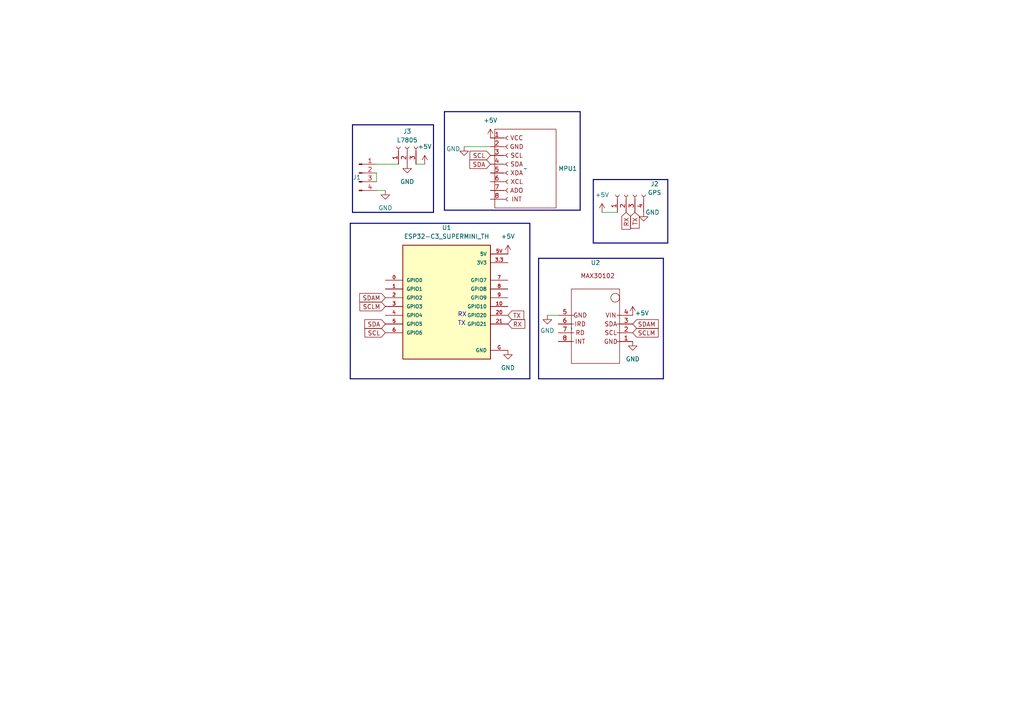
<source format=kicad_sch>
(kicad_sch (version 20230121) (generator eeschema)

  (uuid 04f87a8a-b6fa-48c9-add2-fbab3b3fb7dc)

  (paper "A4")

  (lib_symbols
    (symbol "Connector:Conn_01x03_Socket" (pin_names (offset 1.016) hide) (in_bom yes) (on_board yes)
      (property "Reference" "J" (at 0 5.08 0)
        (effects (font (size 1.27 1.27)))
      )
      (property "Value" "Conn_01x03_Socket" (at 0 -5.08 0)
        (effects (font (size 1.27 1.27)))
      )
      (property "Footprint" "" (at 0 0 0)
        (effects (font (size 1.27 1.27)) hide)
      )
      (property "Datasheet" "~" (at 0 0 0)
        (effects (font (size 1.27 1.27)) hide)
      )
      (property "ki_locked" "" (at 0 0 0)
        (effects (font (size 1.27 1.27)))
      )
      (property "ki_keywords" "connector" (at 0 0 0)
        (effects (font (size 1.27 1.27)) hide)
      )
      (property "ki_description" "Generic connector, single row, 01x03, script generated" (at 0 0 0)
        (effects (font (size 1.27 1.27)) hide)
      )
      (property "ki_fp_filters" "Connector*:*_1x??_*" (at 0 0 0)
        (effects (font (size 1.27 1.27)) hide)
      )
      (symbol "Conn_01x03_Socket_1_1"
        (arc (start 0 -2.032) (mid -0.5058 -2.54) (end 0 -3.048)
          (stroke (width 0.1524) (type default))
          (fill (type none))
        )
        (polyline
          (pts
            (xy -1.27 -2.54)
            (xy -0.508 -2.54)
          )
          (stroke (width 0.1524) (type default))
          (fill (type none))
        )
        (polyline
          (pts
            (xy -1.27 0)
            (xy -0.508 0)
          )
          (stroke (width 0.1524) (type default))
          (fill (type none))
        )
        (polyline
          (pts
            (xy -1.27 2.54)
            (xy -0.508 2.54)
          )
          (stroke (width 0.1524) (type default))
          (fill (type none))
        )
        (arc (start 0 0.508) (mid -0.5058 0) (end 0 -0.508)
          (stroke (width 0.1524) (type default))
          (fill (type none))
        )
        (arc (start 0 3.048) (mid -0.5058 2.54) (end 0 2.032)
          (stroke (width 0.1524) (type default))
          (fill (type none))
        )
        (pin passive line (at -5.08 2.54 0) (length 3.81)
          (name "Pin_1" (effects (font (size 1.27 1.27))))
          (number "1" (effects (font (size 1.27 1.27))))
        )
        (pin passive line (at -5.08 0 0) (length 3.81)
          (name "Pin_2" (effects (font (size 1.27 1.27))))
          (number "2" (effects (font (size 1.27 1.27))))
        )
        (pin passive line (at -5.08 -2.54 0) (length 3.81)
          (name "Pin_3" (effects (font (size 1.27 1.27))))
          (number "3" (effects (font (size 1.27 1.27))))
        )
      )
    )
    (symbol "Connector:Conn_01x04_Pin" (pin_names (offset 1.016) hide) (in_bom yes) (on_board yes)
      (property "Reference" "J" (at 0 5.08 0)
        (effects (font (size 1.27 1.27)))
      )
      (property "Value" "Conn_01x04_Pin" (at 0 -7.62 0)
        (effects (font (size 1.27 1.27)))
      )
      (property "Footprint" "" (at 0 0 0)
        (effects (font (size 1.27 1.27)) hide)
      )
      (property "Datasheet" "~" (at 0 0 0)
        (effects (font (size 1.27 1.27)) hide)
      )
      (property "ki_locked" "" (at 0 0 0)
        (effects (font (size 1.27 1.27)))
      )
      (property "ki_keywords" "connector" (at 0 0 0)
        (effects (font (size 1.27 1.27)) hide)
      )
      (property "ki_description" "Generic connector, single row, 01x04, script generated" (at 0 0 0)
        (effects (font (size 1.27 1.27)) hide)
      )
      (property "ki_fp_filters" "Connector*:*_1x??_*" (at 0 0 0)
        (effects (font (size 1.27 1.27)) hide)
      )
      (symbol "Conn_01x04_Pin_1_1"
        (polyline
          (pts
            (xy 1.27 -5.08)
            (xy 0.8636 -5.08)
          )
          (stroke (width 0.1524) (type default))
          (fill (type none))
        )
        (polyline
          (pts
            (xy 1.27 -2.54)
            (xy 0.8636 -2.54)
          )
          (stroke (width 0.1524) (type default))
          (fill (type none))
        )
        (polyline
          (pts
            (xy 1.27 0)
            (xy 0.8636 0)
          )
          (stroke (width 0.1524) (type default))
          (fill (type none))
        )
        (polyline
          (pts
            (xy 1.27 2.54)
            (xy 0.8636 2.54)
          )
          (stroke (width 0.1524) (type default))
          (fill (type none))
        )
        (rectangle (start 0.8636 -4.953) (end 0 -5.207)
          (stroke (width 0.1524) (type default))
          (fill (type outline))
        )
        (rectangle (start 0.8636 -2.413) (end 0 -2.667)
          (stroke (width 0.1524) (type default))
          (fill (type outline))
        )
        (rectangle (start 0.8636 0.127) (end 0 -0.127)
          (stroke (width 0.1524) (type default))
          (fill (type outline))
        )
        (rectangle (start 0.8636 2.667) (end 0 2.413)
          (stroke (width 0.1524) (type default))
          (fill (type outline))
        )
        (pin passive line (at 5.08 2.54 180) (length 3.81)
          (name "Pin_1" (effects (font (size 1.27 1.27))))
          (number "1" (effects (font (size 1.27 1.27))))
        )
        (pin passive line (at 5.08 0 180) (length 3.81)
          (name "Pin_2" (effects (font (size 1.27 1.27))))
          (number "2" (effects (font (size 1.27 1.27))))
        )
        (pin passive line (at 5.08 -2.54 180) (length 3.81)
          (name "Pin_3" (effects (font (size 1.27 1.27))))
          (number "3" (effects (font (size 1.27 1.27))))
        )
        (pin passive line (at 5.08 -5.08 180) (length 3.81)
          (name "Pin_4" (effects (font (size 1.27 1.27))))
          (number "4" (effects (font (size 1.27 1.27))))
        )
      )
    )
    (symbol "Connector:Conn_01x04_Socket" (pin_names (offset 1.016) hide) (in_bom yes) (on_board yes)
      (property "Reference" "J" (at 0 5.08 0)
        (effects (font (size 1.27 1.27)))
      )
      (property "Value" "Conn_01x04_Socket" (at 0 -7.62 0)
        (effects (font (size 1.27 1.27)))
      )
      (property "Footprint" "" (at 0 0 0)
        (effects (font (size 1.27 1.27)) hide)
      )
      (property "Datasheet" "~" (at 0 0 0)
        (effects (font (size 1.27 1.27)) hide)
      )
      (property "ki_locked" "" (at 0 0 0)
        (effects (font (size 1.27 1.27)))
      )
      (property "ki_keywords" "connector" (at 0 0 0)
        (effects (font (size 1.27 1.27)) hide)
      )
      (property "ki_description" "Generic connector, single row, 01x04, script generated" (at 0 0 0)
        (effects (font (size 1.27 1.27)) hide)
      )
      (property "ki_fp_filters" "Connector*:*_1x??_*" (at 0 0 0)
        (effects (font (size 1.27 1.27)) hide)
      )
      (symbol "Conn_01x04_Socket_1_1"
        (arc (start 0 -4.572) (mid -0.5058 -5.08) (end 0 -5.588)
          (stroke (width 0.1524) (type default))
          (fill (type none))
        )
        (arc (start 0 -2.032) (mid -0.5058 -2.54) (end 0 -3.048)
          (stroke (width 0.1524) (type default))
          (fill (type none))
        )
        (polyline
          (pts
            (xy -1.27 -5.08)
            (xy -0.508 -5.08)
          )
          (stroke (width 0.1524) (type default))
          (fill (type none))
        )
        (polyline
          (pts
            (xy -1.27 -2.54)
            (xy -0.508 -2.54)
          )
          (stroke (width 0.1524) (type default))
          (fill (type none))
        )
        (polyline
          (pts
            (xy -1.27 0)
            (xy -0.508 0)
          )
          (stroke (width 0.1524) (type default))
          (fill (type none))
        )
        (polyline
          (pts
            (xy -1.27 2.54)
            (xy -0.508 2.54)
          )
          (stroke (width 0.1524) (type default))
          (fill (type none))
        )
        (arc (start 0 0.508) (mid -0.5058 0) (end 0 -0.508)
          (stroke (width 0.1524) (type default))
          (fill (type none))
        )
        (arc (start 0 3.048) (mid -0.5058 2.54) (end 0 2.032)
          (stroke (width 0.1524) (type default))
          (fill (type none))
        )
        (pin passive line (at -5.08 2.54 0) (length 3.81)
          (name "Pin_1" (effects (font (size 1.27 1.27))))
          (number "1" (effects (font (size 1.27 1.27))))
        )
        (pin passive line (at -5.08 0 0) (length 3.81)
          (name "Pin_2" (effects (font (size 1.27 1.27))))
          (number "2" (effects (font (size 1.27 1.27))))
        )
        (pin passive line (at -5.08 -2.54 0) (length 3.81)
          (name "Pin_3" (effects (font (size 1.27 1.27))))
          (number "3" (effects (font (size 1.27 1.27))))
        )
        (pin passive line (at -5.08 -5.08 0) (length 3.81)
          (name "Pin_4" (effects (font (size 1.27 1.27))))
          (number "4" (effects (font (size 1.27 1.27))))
        )
      )
    )
    (symbol "ESP32-C3_SUPERMINI_TH:ESP32-C3_SUPERMINI_TH" (pin_names (offset 1.016)) (in_bom yes) (on_board yes)
      (property "Reference" "U" (at -12.7 16.002 0)
        (effects (font (size 1.27 1.27)) (justify left bottom))
      )
      (property "Value" "ESP32-C3_SUPERMINI_TH" (at -12.7 -20.32 0)
        (effects (font (size 1.27 1.27)) (justify left bottom))
      )
      (property "Footprint" "ESP32-C3_SUPERMINI_TH:MODULE_ESP32-C3_SUPERMINI" (at 0 0 0)
        (effects (font (size 1.27 1.27)) (justify bottom) hide)
      )
      (property "Datasheet" "" (at 0 0 0)
        (effects (font (size 1.27 1.27)) hide)
      )
      (property "MF" "Espressif Systems" (at 0 0 0)
        (effects (font (size 1.27 1.27)) (justify bottom) hide)
      )
      (property "MAXIMUM_PACKAGE_HEIGHT" "4.2mm" (at 0 0 0)
        (effects (font (size 1.27 1.27)) (justify bottom) hide)
      )
      (property "Package" "Package" (at 0 0 0)
        (effects (font (size 1.27 1.27)) (justify bottom) hide)
      )
      (property "Price" "None" (at 0 0 0)
        (effects (font (size 1.27 1.27)) (justify bottom) hide)
      )
      (property "Check_prices" "https://www.snapeda.com/parts/ESP32-C3%20SuperMini_TH/Espressif+Systems/view-part/?ref=eda" (at 0 0 0)
        (effects (font (size 1.27 1.27)) (justify bottom) hide)
      )
      (property "STANDARD" "Manufacturer Recommendations" (at 0 0 0)
        (effects (font (size 1.27 1.27)) (justify bottom) hide)
      )
      (property "PARTREV" "" (at 0 0 0)
        (effects (font (size 1.27 1.27)) (justify bottom) hide)
      )
      (property "SnapEDA_Link" "https://www.snapeda.com/parts/ESP32-C3%20SuperMini_TH/Espressif+Systems/view-part/?ref=snap" (at 0 0 0)
        (effects (font (size 1.27 1.27)) (justify bottom) hide)
      )
      (property "MP" "ESP32-C3 SuperMini_TH" (at 0 0 0)
        (effects (font (size 1.27 1.27)) (justify bottom) hide)
      )
      (property "Description" "\n                        \n                            Super tiny ESP32-C3 board\n                        \n" (at 0 0 0)
        (effects (font (size 1.27 1.27)) (justify bottom) hide)
      )
      (property "Availability" "Not in stock" (at 0 0 0)
        (effects (font (size 1.27 1.27)) (justify bottom) hide)
      )
      (property "MANUFACTURER" "Espressif" (at 0 0 0)
        (effects (font (size 1.27 1.27)) (justify bottom) hide)
      )
      (symbol "ESP32-C3_SUPERMINI_TH_0_0"
        (rectangle (start -12.7 -17.78) (end 12.7 15.24)
          (stroke (width 0.254) (type default))
          (fill (type background))
        )
        (pin bidirectional line (at -17.78 5.08 0) (length 5.08)
          (name "GPIO0" (effects (font (size 1.016 1.016))))
          (number "0" (effects (font (size 1.016 1.016))))
        )
        (pin bidirectional line (at -17.78 2.54 0) (length 5.08)
          (name "GPIO1" (effects (font (size 1.016 1.016))))
          (number "1" (effects (font (size 1.016 1.016))))
        )
        (pin bidirectional line (at 17.78 -2.54 180) (length 5.08)
          (name "GPIO10" (effects (font (size 1.016 1.016))))
          (number "10" (effects (font (size 1.016 1.016))))
        )
        (pin bidirectional line (at -17.78 0 0) (length 5.08)
          (name "GPIO2" (effects (font (size 1.016 1.016))))
          (number "2" (effects (font (size 1.016 1.016))))
        )
        (pin bidirectional line (at 17.78 -5.08 180) (length 5.08)
          (name "GPIO20" (effects (font (size 1.016 1.016))))
          (number "20" (effects (font (size 1.016 1.016))))
        )
        (pin bidirectional line (at 17.78 -7.62 180) (length 5.08)
          (name "GPIO21" (effects (font (size 1.016 1.016))))
          (number "21" (effects (font (size 1.016 1.016))))
        )
        (pin bidirectional line (at -17.78 -2.54 0) (length 5.08)
          (name "GPIO3" (effects (font (size 1.016 1.016))))
          (number "3" (effects (font (size 1.016 1.016))))
        )
        (pin power_in line (at 17.78 10.16 180) (length 5.08)
          (name "3V3" (effects (font (size 1.016 1.016))))
          (number "3.3" (effects (font (size 1.016 1.016))))
        )
        (pin bidirectional line (at -17.78 -5.08 0) (length 5.08)
          (name "GPIO4" (effects (font (size 1.016 1.016))))
          (number "4" (effects (font (size 1.016 1.016))))
        )
        (pin bidirectional line (at -17.78 -7.62 0) (length 5.08)
          (name "GPIO5" (effects (font (size 1.016 1.016))))
          (number "5" (effects (font (size 1.016 1.016))))
        )
        (pin power_in line (at 17.78 12.7 180) (length 5.08)
          (name "5V" (effects (font (size 1.016 1.016))))
          (number "5V" (effects (font (size 1.016 1.016))))
        )
        (pin bidirectional line (at -17.78 -10.16 0) (length 5.08)
          (name "GPIO6" (effects (font (size 1.016 1.016))))
          (number "6" (effects (font (size 1.016 1.016))))
        )
        (pin bidirectional line (at 17.78 5.08 180) (length 5.08)
          (name "GPIO7" (effects (font (size 1.016 1.016))))
          (number "7" (effects (font (size 1.016 1.016))))
        )
        (pin bidirectional line (at 17.78 2.54 180) (length 5.08)
          (name "GPIO8" (effects (font (size 1.016 1.016))))
          (number "8" (effects (font (size 1.016 1.016))))
        )
        (pin bidirectional line (at 17.78 0 180) (length 5.08)
          (name "GPIO9" (effects (font (size 1.016 1.016))))
          (number "9" (effects (font (size 1.016 1.016))))
        )
        (pin power_in line (at 17.78 -15.24 180) (length 5.08)
          (name "GND" (effects (font (size 1.016 1.016))))
          (number "G" (effects (font (size 1.016 1.016))))
        )
      )
    )
    (symbol "Huellas mias:MPU6050" (in_bom yes) (on_board yes)
      (property "Reference" "MPU6050" (at 0 13.97 0)
        (effects (font (size 1.27 1.27)))
      )
      (property "Value" "" (at 0 0 0)
        (effects (font (size 1.27 1.27)))
      )
      (property "Footprint" "" (at 0 0 0)
        (effects (font (size 1.27 1.27)) hide)
      )
      (property "Datasheet" "" (at 0 0 0)
        (effects (font (size 1.27 1.27)) hide)
      )
      (symbol "MPU6050_0_1"
        (rectangle (start 8.89 -11.43) (end -8.89 11.43)
          (stroke (width 0) (type default))
          (fill (type none))
        )
      )
      (symbol "MPU6050_1_1"
        (arc (start -5.08 -8.382) (mid -5.5858 -8.89) (end -5.08 -9.398)
          (stroke (width 0.1524) (type default))
          (fill (type none))
        )
        (arc (start -5.08 -5.842) (mid -5.5858 -6.35) (end -5.08 -6.858)
          (stroke (width 0.1524) (type default))
          (fill (type none))
        )
        (arc (start -5.08 -3.302) (mid -5.5858 -3.81) (end -5.08 -4.318)
          (stroke (width 0.1524) (type default))
          (fill (type none))
        )
        (arc (start -5.08 -0.762) (mid -5.5858 -1.27) (end -5.08 -1.778)
          (stroke (width 0.1524) (type default))
          (fill (type none))
        )
        (arc (start -5.08 1.778) (mid -5.5858 1.27) (end -5.08 0.762)
          (stroke (width 0.1524) (type default))
          (fill (type none))
        )
        (arc (start -5.08 4.318) (mid -5.5858 3.81) (end -5.08 3.302)
          (stroke (width 0.1524) (type default))
          (fill (type none))
        )
        (arc (start -5.08 6.858) (mid -5.5858 6.35) (end -5.08 5.842)
          (stroke (width 0.1524) (type default))
          (fill (type none))
        )
        (arc (start -5.08 9.398) (mid -5.5858 8.89) (end -5.08 8.382)
          (stroke (width 0.1524) (type default))
          (fill (type none))
        )
        (polyline
          (pts
            (xy -6.35 -8.89)
            (xy -5.588 -8.89)
          )
          (stroke (width 0.1524) (type default))
          (fill (type none))
        )
        (polyline
          (pts
            (xy -6.35 -6.35)
            (xy -5.588 -6.35)
          )
          (stroke (width 0.1524) (type default))
          (fill (type none))
        )
        (polyline
          (pts
            (xy -6.35 -3.81)
            (xy -5.588 -3.81)
          )
          (stroke (width 0.1524) (type default))
          (fill (type none))
        )
        (polyline
          (pts
            (xy -6.35 -1.27)
            (xy -5.588 -1.27)
          )
          (stroke (width 0.1524) (type default))
          (fill (type none))
        )
        (polyline
          (pts
            (xy -6.35 1.27)
            (xy -5.588 1.27)
          )
          (stroke (width 0.1524) (type default))
          (fill (type none))
        )
        (polyline
          (pts
            (xy -6.35 3.81)
            (xy -5.588 3.81)
          )
          (stroke (width 0.1524) (type default))
          (fill (type none))
        )
        (polyline
          (pts
            (xy -6.35 6.35)
            (xy -5.588 6.35)
          )
          (stroke (width 0.1524) (type default))
          (fill (type none))
        )
        (polyline
          (pts
            (xy -6.35 8.89)
            (xy -5.588 8.89)
          )
          (stroke (width 0.1524) (type default))
          (fill (type none))
        )
        (text "ADO" (at -2.54 -6.35 0)
          (effects (font (size 1.27 1.27)))
        )
        (text "GND\n" (at -2.54 6.35 0)
          (effects (font (size 1.27 1.27)))
        )
        (text "INT" (at -2.54 -8.89 0)
          (effects (font (size 1.27 1.27)))
        )
        (text "SCL\n" (at -2.54 3.81 0)
          (effects (font (size 1.27 1.27)))
        )
        (text "SDA" (at -2.54 1.27 0)
          (effects (font (size 1.27 1.27)))
        )
        (text "VCC" (at -2.54 8.89 0)
          (effects (font (size 1.27 1.27)))
        )
        (text "XCL" (at -2.54 -3.81 0)
          (effects (font (size 1.27 1.27)))
        )
        (text "XDA" (at -2.54 -1.27 0)
          (effects (font (size 1.27 1.27)))
        )
        (pin passive line (at -10.16 8.89 0) (length 3.81)
          (name "" (effects (font (size 1.27 1.27))))
          (number "1" (effects (font (size 1.27 1.27))))
        )
        (pin passive line (at -10.16 6.35 0) (length 3.81)
          (name "" (effects (font (size 1.27 1.27))))
          (number "2" (effects (font (size 1.27 1.27))))
        )
        (pin passive line (at -10.16 3.81 0) (length 3.81)
          (name "" (effects (font (size 1.27 1.27))))
          (number "3" (effects (font (size 1.27 1.27))))
        )
        (pin passive line (at -10.16 1.27 0) (length 3.81)
          (name "" (effects (font (size 1.27 1.27))))
          (number "4" (effects (font (size 1.27 1.27))))
        )
        (pin passive line (at -10.16 -1.27 0) (length 3.81)
          (name "" (effects (font (size 1.27 1.27))))
          (number "5" (effects (font (size 1.27 1.27))))
        )
        (pin passive line (at -10.16 -3.81 0) (length 3.81)
          (name "" (effects (font (size 1.27 1.27))))
          (number "6" (effects (font (size 1.27 1.27))))
        )
        (pin passive line (at -10.16 -6.35 0) (length 3.81)
          (name "" (effects (font (size 1.27 1.27))))
          (number "7" (effects (font (size 1.27 1.27))))
        )
        (pin passive line (at -10.16 -8.89 0) (length 3.81)
          (name "" (effects (font (size 1.27 1.27))))
          (number "8" (effects (font (size 1.27 1.27))))
        )
      )
    )
    (symbol "Huellas mias:Max30102" (in_bom yes) (on_board yes)
      (property "Reference" "U" (at 0 11.43 0)
        (effects (font (size 1.27 1.27)))
      )
      (property "Value" "" (at -7.62 -1.27 90)
        (effects (font (size 1.27 1.27)))
      )
      (property "Footprint" "" (at -7.62 -1.27 90)
        (effects (font (size 1.27 1.27)) hide)
      )
      (property "Datasheet" "" (at -7.62 -1.27 90)
        (effects (font (size 1.27 1.27)) hide)
      )
      (symbol "Max30102_0_1"
        (rectangle (start -7.62 10.16) (end 6.35 -11.43)
          (stroke (width 0) (type default))
          (fill (type none))
        )
        (circle (center 5.08 7.62) (radius 1.27)
          (stroke (width 0) (type default))
          (fill (type none))
        )
      )
      (symbol "Max30102_1_1"
        (polyline
          (pts
            (xy -7.62 -5.08)
            (xy -6.858 -5.08)
          )
          (stroke (width 0.1524) (type default))
          (fill (type none))
        )
        (polyline
          (pts
            (xy -7.62 -2.54)
            (xy -6.858 -2.54)
          )
          (stroke (width 0.1524) (type default))
          (fill (type none))
        )
        (polyline
          (pts
            (xy -7.62 0)
            (xy -6.858 0)
          )
          (stroke (width 0.1524) (type default))
          (fill (type none))
        )
        (polyline
          (pts
            (xy -7.62 2.54)
            (xy -6.858 2.54)
          )
          (stroke (width 0.1524) (type default))
          (fill (type none))
        )
        (polyline
          (pts
            (xy 6.35 -5.08)
            (xy 5.588 -5.08)
          )
          (stroke (width 0.1524) (type default))
          (fill (type none))
        )
        (polyline
          (pts
            (xy 6.35 -2.54)
            (xy 5.588 -2.54)
          )
          (stroke (width 0.1524) (type default))
          (fill (type none))
        )
        (polyline
          (pts
            (xy 6.35 0)
            (xy 5.588 0)
          )
          (stroke (width 0.1524) (type default))
          (fill (type none))
        )
        (polyline
          (pts
            (xy 6.35 2.54)
            (xy 5.588 2.54)
          )
          (stroke (width 0.1524) (type default))
          (fill (type none))
        )
        (text "GND" (at -5.08 2.54 0)
          (effects (font (size 1.27 1.27)))
        )
        (text "GND\n" (at 3.81 -5.08 0)
          (effects (font (size 1.27 1.27)))
        )
        (text "INT\n" (at -5.08 -5.08 0)
          (effects (font (size 1.27 1.27)))
        )
        (text "IRD" (at -5.08 0 0)
          (effects (font (size 1.27 1.27)))
        )
        (text "MAX30102\n" (at 0 13.97 0)
          (effects (font (size 1.27 1.27)))
        )
        (text "RD" (at -5.08 -2.54 0)
          (effects (font (size 1.27 1.27)))
        )
        (text "SCL" (at 3.81 -2.54 0)
          (effects (font (size 1.27 1.27)))
        )
        (text "SDA" (at 3.81 0 0)
          (effects (font (size 1.27 1.27)))
        )
        (text "VIN" (at 3.81 2.54 0)
          (effects (font (size 1.27 1.27)))
        )
        (pin passive line (at 10.16 -5.08 180) (length 3.81)
          (name "" (effects (font (size 1.27 1.27))))
          (number "1" (effects (font (size 1.27 1.27))))
        )
        (pin passive line (at 10.16 -2.54 180) (length 3.81)
          (name "" (effects (font (size 1.27 1.27))))
          (number "2" (effects (font (size 1.27 1.27))))
        )
        (pin passive line (at 10.16 0 180) (length 3.81)
          (name "" (effects (font (size 1.27 1.27))))
          (number "3" (effects (font (size 1.27 1.27))))
        )
        (pin passive line (at 10.16 2.54 180) (length 3.81)
          (name "" (effects (font (size 1.27 1.27))))
          (number "4" (effects (font (size 1.27 1.27))))
        )
        (pin passive line (at -11.43 2.54 0) (length 3.81)
          (name "" (effects (font (size 1.27 1.27))))
          (number "5" (effects (font (size 1.27 1.27))))
        )
        (pin passive line (at -11.43 0 0) (length 3.81)
          (name "" (effects (font (size 1.27 1.27))))
          (number "6" (effects (font (size 1.27 1.27))))
        )
        (pin passive line (at -11.43 -2.54 0) (length 3.81)
          (name "" (effects (font (size 1.27 1.27))))
          (number "7" (effects (font (size 1.27 1.27))))
        )
        (pin passive line (at -11.43 -5.08 0) (length 3.81)
          (name "" (effects (font (size 1.27 1.27))))
          (number "8" (effects (font (size 1.27 1.27))))
        )
      )
    )
    (symbol "power:+5V" (power) (pin_names (offset 0)) (in_bom yes) (on_board yes)
      (property "Reference" "#PWR" (at 0 -3.81 0)
        (effects (font (size 1.27 1.27)) hide)
      )
      (property "Value" "+5V" (at 0 3.556 0)
        (effects (font (size 1.27 1.27)))
      )
      (property "Footprint" "" (at 0 0 0)
        (effects (font (size 1.27 1.27)) hide)
      )
      (property "Datasheet" "" (at 0 0 0)
        (effects (font (size 1.27 1.27)) hide)
      )
      (property "ki_keywords" "global power" (at 0 0 0)
        (effects (font (size 1.27 1.27)) hide)
      )
      (property "ki_description" "Power symbol creates a global label with name \"+5V\"" (at 0 0 0)
        (effects (font (size 1.27 1.27)) hide)
      )
      (symbol "+5V_0_1"
        (polyline
          (pts
            (xy -0.762 1.27)
            (xy 0 2.54)
          )
          (stroke (width 0) (type default))
          (fill (type none))
        )
        (polyline
          (pts
            (xy 0 0)
            (xy 0 2.54)
          )
          (stroke (width 0) (type default))
          (fill (type none))
        )
        (polyline
          (pts
            (xy 0 2.54)
            (xy 0.762 1.27)
          )
          (stroke (width 0) (type default))
          (fill (type none))
        )
      )
      (symbol "+5V_1_1"
        (pin power_in line (at 0 0 90) (length 0) hide
          (name "+5V" (effects (font (size 1.27 1.27))))
          (number "1" (effects (font (size 1.27 1.27))))
        )
      )
    )
    (symbol "power:GND" (power) (pin_names (offset 0)) (in_bom yes) (on_board yes)
      (property "Reference" "#PWR" (at 0 -6.35 0)
        (effects (font (size 1.27 1.27)) hide)
      )
      (property "Value" "GND" (at 0 -3.81 0)
        (effects (font (size 1.27 1.27)))
      )
      (property "Footprint" "" (at 0 0 0)
        (effects (font (size 1.27 1.27)) hide)
      )
      (property "Datasheet" "" (at 0 0 0)
        (effects (font (size 1.27 1.27)) hide)
      )
      (property "ki_keywords" "global power" (at 0 0 0)
        (effects (font (size 1.27 1.27)) hide)
      )
      (property "ki_description" "Power symbol creates a global label with name \"GND\" , ground" (at 0 0 0)
        (effects (font (size 1.27 1.27)) hide)
      )
      (symbol "GND_0_1"
        (polyline
          (pts
            (xy 0 0)
            (xy 0 -1.27)
            (xy 1.27 -1.27)
            (xy 0 -2.54)
            (xy -1.27 -1.27)
            (xy 0 -1.27)
          )
          (stroke (width 0) (type default))
          (fill (type none))
        )
      )
      (symbol "GND_1_1"
        (pin power_in line (at 0 0 270) (length 0) hide
          (name "GND" (effects (font (size 1.27 1.27))))
          (number "1" (effects (font (size 1.27 1.27))))
        )
      )
    )
  )


  (bus (pts (xy 193.675 70.485) (xy 172.085 70.485))
    (stroke (width 0) (type default))
    (uuid 02942b3f-32c0-4687-85c7-271d422bd25a)
  )
  (bus (pts (xy 156.21 74.93) (xy 156.21 109.855))
    (stroke (width 0) (type default))
    (uuid 0ecf5631-62ef-4b3c-8f3e-7fe0e92c2714)
  )
  (bus (pts (xy 192.405 109.855) (xy 192.405 74.93))
    (stroke (width 0) (type default))
    (uuid 0f86b6b2-fb5a-4fe3-bfda-9f7af91e5df8)
  )

  (wire (pts (xy 109.22 50.165) (xy 109.22 52.705))
    (stroke (width 0) (type default))
    (uuid 11317834-44d2-4173-ad3d-e1e5ca8e9dbe)
  )
  (bus (pts (xy 125.73 36.195) (xy 102.235 36.195))
    (stroke (width 0) (type default))
    (uuid 169ec691-c445-45c4-b2e9-9f9fd681d780)
  )
  (bus (pts (xy 102.235 36.195) (xy 102.235 61.595))
    (stroke (width 0) (type default))
    (uuid 1ede57d9-6f14-4d0c-8af1-761c273dd625)
  )
  (bus (pts (xy 128.905 60.96) (xy 128.905 32.385))
    (stroke (width 0) (type default))
    (uuid 1f873eef-58b2-4423-bd79-e1f443493413)
  )
  (bus (pts (xy 102.235 61.595) (xy 125.73 61.595))
    (stroke (width 0) (type default))
    (uuid 33ea807e-dd2e-401c-b546-07d1b3fa4fc4)
  )

  (wire (pts (xy 158.75 91.44) (xy 161.925 91.44))
    (stroke (width 0) (type default))
    (uuid 34ef4a91-a438-4648-bcb3-6d498581ef0e)
  )
  (bus (pts (xy 156.21 109.855) (xy 192.405 109.855))
    (stroke (width 0) (type default))
    (uuid 3aa548d0-5b72-49e7-84e4-58465553c336)
  )
  (bus (pts (xy 156.21 74.93) (xy 192.405 74.93))
    (stroke (width 0) (type default))
    (uuid 3af18a6c-cb06-4356-b00c-17e1980313b7)
  )
  (bus (pts (xy 168.275 60.96) (xy 128.905 60.96))
    (stroke (width 0) (type default))
    (uuid 4e8ae84d-5256-4eaa-bc89-e53c451381f4)
  )
  (bus (pts (xy 168.275 32.385) (xy 168.275 60.96))
    (stroke (width 0) (type default))
    (uuid 5c8de15e-d451-48e9-92be-b26dd78ca37e)
  )
  (bus (pts (xy 101.6 64.77) (xy 101.6 109.855))
    (stroke (width 0) (type default))
    (uuid 7548a2c7-6dfe-49c6-8fb4-18804a00313c)
  )

  (wire (pts (xy 134.62 42.545) (xy 142.24 42.545))
    (stroke (width 0) (type default))
    (uuid 77f6acf8-a5fe-4caf-a794-87fb47414e09)
  )
  (bus (pts (xy 153.67 64.77) (xy 153.67 109.855))
    (stroke (width 0) (type default))
    (uuid 7ec1a84c-03a9-425e-add3-d60bf02d6251)
  )
  (bus (pts (xy 153.67 109.855) (xy 101.6 109.855))
    (stroke (width 0) (type default))
    (uuid 852a146d-d595-4f5f-a0d0-ec3d8011bb3e)
  )
  (bus (pts (xy 128.905 32.385) (xy 168.275 32.385))
    (stroke (width 0) (type default))
    (uuid 8f61d041-114a-40f8-b846-bb9a45ecb96d)
  )

  (wire (pts (xy 109.22 55.245) (xy 111.76 55.245))
    (stroke (width 0) (type default))
    (uuid a0aa3d59-23f9-4186-877a-aa4222f89d54)
  )
  (bus (pts (xy 193.675 52.07) (xy 193.675 70.485))
    (stroke (width 0) (type default))
    (uuid a37a16c2-89b6-445b-822d-4b9002299d77)
  )

  (wire (pts (xy 109.22 47.625) (xy 115.57 47.625))
    (stroke (width 0) (type default))
    (uuid a668a7a5-db0a-4bc6-9bd3-5fb3b2ad070e)
  )
  (bus (pts (xy 125.73 36.195) (xy 125.73 61.595))
    (stroke (width 0) (type default))
    (uuid a902b85d-3733-4c0d-857d-46e48b8eb14c)
  )

  (wire (pts (xy 174.625 61.595) (xy 179.07 61.595))
    (stroke (width 0) (type default))
    (uuid ae120e4d-1778-4441-9bbd-0b8701005622)
  )
  (bus (pts (xy 172.085 52.07) (xy 172.085 70.485))
    (stroke (width 0) (type default))
    (uuid c55b5df6-eb54-47b0-9172-7c63c92fadb2)
  )
  (bus (pts (xy 172.085 52.07) (xy 193.675 52.07))
    (stroke (width 0) (type default))
    (uuid ce8f9a72-bd54-48c5-be1b-4ef5a861520c)
  )

  (wire (pts (xy 120.65 47.625) (xy 123.19 47.625))
    (stroke (width 0) (type default))
    (uuid d06cf34b-3020-447e-b6c7-d892b452a7d6)
  )
  (bus (pts (xy 101.6 64.77) (xy 153.67 64.77))
    (stroke (width 0) (type default))
    (uuid f9e37c16-6ab0-4005-99c9-59535cfc4b04)
  )

  (text "TX" (at 132.715 94.615 0)
    (effects (font (size 1.27 1.27)) (justify left bottom))
    (uuid 19fc26fe-03d8-45fe-89c8-5c0b651b8b1c)
  )
  (text "RX" (at 132.715 92.075 0)
    (effects (font (size 1.27 1.27)) (justify left bottom))
    (uuid 7cfc38d8-d6c7-41ae-8454-17979247a538)
  )

  (global_label "SCL" (shape input) (at 142.24 45.085 180) (fields_autoplaced)
    (effects (font (size 1.27 1.27)) (justify right))
    (uuid 069fb96d-01de-43fb-8e6d-239f57a431ff)
    (property "Intersheetrefs" "${INTERSHEET_REFS}" (at 135.7472 45.085 0)
      (effects (font (size 1.27 1.27)) (justify right) hide)
    )
  )
  (global_label "TX" (shape input) (at 147.32 91.44 0) (fields_autoplaced)
    (effects (font (size 1.27 1.27)) (justify left))
    (uuid 15453d49-c2fd-4f40-aa7c-98fa5b43978c)
    (property "Intersheetrefs" "${INTERSHEET_REFS}" (at 152.4823 91.44 0)
      (effects (font (size 1.27 1.27)) (justify left) hide)
    )
  )
  (global_label "RX" (shape input) (at 147.32 93.98 0) (fields_autoplaced)
    (effects (font (size 1.27 1.27)) (justify left))
    (uuid 204431de-faaf-4046-9e08-c82991499a74)
    (property "Intersheetrefs" "${INTERSHEET_REFS}" (at 152.7847 93.98 0)
      (effects (font (size 1.27 1.27)) (justify left) hide)
    )
  )
  (global_label "SCLM" (shape input) (at 183.515 96.52 0) (fields_autoplaced)
    (effects (font (size 1.27 1.27)) (justify left))
    (uuid 2b322960-8e4b-4788-ab4a-448208c9607c)
    (property "Intersheetrefs" "${INTERSHEET_REFS}" (at 191.4592 96.52 0)
      (effects (font (size 1.27 1.27)) (justify left) hide)
    )
  )
  (global_label "SDA" (shape input) (at 111.76 93.98 180) (fields_autoplaced)
    (effects (font (size 1.27 1.27)) (justify right))
    (uuid 497455b0-c173-46c6-8fe1-a4f26996e0fa)
    (property "Intersheetrefs" "${INTERSHEET_REFS}" (at 105.2067 93.98 0)
      (effects (font (size 1.27 1.27)) (justify right) hide)
    )
  )
  (global_label "SDA" (shape input) (at 142.24 47.625 180) (fields_autoplaced)
    (effects (font (size 1.27 1.27)) (justify right))
    (uuid 720ffbac-54c9-4f0d-827d-8153aa736a69)
    (property "Intersheetrefs" "${INTERSHEET_REFS}" (at 135.6867 47.625 0)
      (effects (font (size 1.27 1.27)) (justify right) hide)
    )
  )
  (global_label "SDAM" (shape input) (at 111.76 86.36 180) (fields_autoplaced)
    (effects (font (size 1.27 1.27)) (justify right))
    (uuid 8563997c-0488-4d99-8e85-38f050bcb9d1)
    (property "Intersheetrefs" "${INTERSHEET_REFS}" (at 103.7553 86.36 0)
      (effects (font (size 1.27 1.27)) (justify right) hide)
    )
  )
  (global_label "SCL" (shape input) (at 111.76 96.52 180) (fields_autoplaced)
    (effects (font (size 1.27 1.27)) (justify right))
    (uuid 96cdd387-809e-4652-a17f-8f363d4f5568)
    (property "Intersheetrefs" "${INTERSHEET_REFS}" (at 105.2672 96.52 0)
      (effects (font (size 1.27 1.27)) (justify right) hide)
    )
  )
  (global_label "RX" (shape input) (at 181.61 61.595 270) (fields_autoplaced)
    (effects (font (size 1.27 1.27)) (justify right))
    (uuid 9e79f956-1a00-4aa3-9066-2bd76e0595a2)
    (property "Intersheetrefs" "${INTERSHEET_REFS}" (at 181.61 67.0597 90)
      (effects (font (size 1.27 1.27)) (justify left) hide)
    )
  )
  (global_label "TX" (shape input) (at 184.15 61.595 270) (fields_autoplaced)
    (effects (font (size 1.27 1.27)) (justify right))
    (uuid a5eb4aed-816b-454f-be7c-7b88fe6be188)
    (property "Intersheetrefs" "${INTERSHEET_REFS}" (at 184.15 66.7573 90)
      (effects (font (size 1.27 1.27)) (justify left) hide)
    )
  )
  (global_label "SDAM" (shape input) (at 183.515 93.98 0) (fields_autoplaced)
    (effects (font (size 1.27 1.27)) (justify left))
    (uuid a9485b0d-f046-43b1-be6d-4ebb4d393049)
    (property "Intersheetrefs" "${INTERSHEET_REFS}" (at 191.5197 93.98 0)
      (effects (font (size 1.27 1.27)) (justify left) hide)
    )
  )
  (global_label "SCLM" (shape input) (at 111.76 88.9 180) (fields_autoplaced)
    (effects (font (size 1.27 1.27)) (justify right))
    (uuid c370f576-11f9-4849-9236-1e02b5c31767)
    (property "Intersheetrefs" "${INTERSHEET_REFS}" (at 103.8158 88.9 0)
      (effects (font (size 1.27 1.27)) (justify right) hide)
    )
  )

  (symbol (lib_id "power:GND") (at 186.69 61.595 0) (unit 1)
    (in_bom yes) (on_board yes) (dnp no)
    (uuid 0508ea33-b89c-45ff-99e7-8a3b5c095931)
    (property "Reference" "#PWR02" (at 186.69 67.945 0)
      (effects (font (size 1.27 1.27)) hide)
    )
    (property "Value" "GND" (at 189.23 61.595 0)
      (effects (font (size 1.27 1.27)))
    )
    (property "Footprint" "" (at 186.69 61.595 0)
      (effects (font (size 1.27 1.27)) hide)
    )
    (property "Datasheet" "" (at 186.69 61.595 0)
      (effects (font (size 1.27 1.27)) hide)
    )
    (pin "1" (uuid 76977d40-ce4a-443a-b9a4-2c15434248ea))
    (instances
      (project "Placas generales California"
        (path "/04f87a8a-b6fa-48c9-add2-fbab3b3fb7dc"
          (reference "#PWR02") (unit 1)
        )
      )
    )
  )

  (symbol (lib_id "power:+5V") (at 147.32 73.66 0) (unit 1)
    (in_bom yes) (on_board yes) (dnp no) (fields_autoplaced)
    (uuid 10b1c523-0b43-403e-bb1e-6f6b1bbed779)
    (property "Reference" "#PWR07" (at 147.32 77.47 0)
      (effects (font (size 1.27 1.27)) hide)
    )
    (property "Value" "+5V" (at 147.32 68.58 0)
      (effects (font (size 1.27 1.27)))
    )
    (property "Footprint" "" (at 147.32 73.66 0)
      (effects (font (size 1.27 1.27)) hide)
    )
    (property "Datasheet" "" (at 147.32 73.66 0)
      (effects (font (size 1.27 1.27)) hide)
    )
    (pin "1" (uuid 37359c7c-a345-4f34-a5a7-ad9eb9a20e99))
    (instances
      (project "Placas generales California"
        (path "/04f87a8a-b6fa-48c9-add2-fbab3b3fb7dc"
          (reference "#PWR07") (unit 1)
        )
      )
    )
  )

  (symbol (lib_id "Connector:Conn_01x04_Pin") (at 104.14 50.165 0) (unit 1)
    (in_bom yes) (on_board yes) (dnp no)
    (uuid 2639e29b-9f9f-4c77-8cff-edd17b707323)
    (property "Reference" "J1" (at 103.505 51.435 0)
      (effects (font (size 1.27 1.27)))
    )
    (property "Value" "Conn_01x04_Pin" (at 104.775 45.085 0)
      (effects (font (size 1.27 1.27)) hide)
    )
    (property "Footprint" "Connector_PinSocket_2.54mm:PinSocket_1x04_P2.54mm_Vertical" (at 104.14 50.165 0)
      (effects (font (size 1.27 1.27)) hide)
    )
    (property "Datasheet" "~" (at 104.14 50.165 0)
      (effects (font (size 1.27 1.27)) hide)
    )
    (pin "2" (uuid cc7e1389-7c19-4ed8-b2e8-c38c2f8652bb))
    (pin "3" (uuid 5d1a4c0b-a503-4aa3-ba71-6e1a579d810a))
    (pin "1" (uuid af0345c8-f361-448c-be86-ba2603e84b4e))
    (pin "4" (uuid 50c1486b-a5cd-4c60-9e5c-7c765b68ad9e))
    (instances
      (project "Placas generales California"
        (path "/04f87a8a-b6fa-48c9-add2-fbab3b3fb7dc"
          (reference "J1") (unit 1)
        )
      )
    )
  )

  (symbol (lib_id "power:GND") (at 111.76 55.245 0) (unit 1)
    (in_bom yes) (on_board yes) (dnp no) (fields_autoplaced)
    (uuid 3488894b-f8cc-41ad-b0f6-a31684791a98)
    (property "Reference" "#PWR08" (at 111.76 61.595 0)
      (effects (font (size 1.27 1.27)) hide)
    )
    (property "Value" "GND" (at 111.76 60.325 0)
      (effects (font (size 1.27 1.27)))
    )
    (property "Footprint" "" (at 111.76 55.245 0)
      (effects (font (size 1.27 1.27)) hide)
    )
    (property "Datasheet" "" (at 111.76 55.245 0)
      (effects (font (size 1.27 1.27)) hide)
    )
    (pin "1" (uuid 3f605a35-b57e-48cc-b411-08627561bafd))
    (instances
      (project "Placas generales California"
        (path "/04f87a8a-b6fa-48c9-add2-fbab3b3fb7dc"
          (reference "#PWR08") (unit 1)
        )
      )
    )
  )

  (symbol (lib_id "power:GND") (at 158.75 91.44 0) (unit 1)
    (in_bom yes) (on_board yes) (dnp no)
    (uuid 34ac3663-3695-40de-bb49-75a7394fcb00)
    (property "Reference" "#PWR012" (at 158.75 97.79 0)
      (effects (font (size 1.27 1.27)) hide)
    )
    (property "Value" "GND" (at 158.75 95.885 0)
      (effects (font (size 1.27 1.27)))
    )
    (property "Footprint" "" (at 158.75 91.44 0)
      (effects (font (size 1.27 1.27)) hide)
    )
    (property "Datasheet" "" (at 158.75 91.44 0)
      (effects (font (size 1.27 1.27)) hide)
    )
    (pin "1" (uuid b0f6c6f3-03d9-4bc1-bb63-60bf0850eafc))
    (instances
      (project "Placas generales California"
        (path "/04f87a8a-b6fa-48c9-add2-fbab3b3fb7dc"
          (reference "#PWR012") (unit 1)
        )
      )
    )
  )

  (symbol (lib_id "power:GND") (at 147.32 101.6 0) (unit 1)
    (in_bom yes) (on_board yes) (dnp no)
    (uuid 364e788c-2008-447b-a7a4-3b2fc90050fc)
    (property "Reference" "#PWR01" (at 147.32 107.95 0)
      (effects (font (size 1.27 1.27)) hide)
    )
    (property "Value" "GND" (at 147.32 106.68 0)
      (effects (font (size 1.27 1.27)))
    )
    (property "Footprint" "" (at 147.32 101.6 0)
      (effects (font (size 1.27 1.27)) hide)
    )
    (property "Datasheet" "" (at 147.32 101.6 0)
      (effects (font (size 1.27 1.27)) hide)
    )
    (pin "1" (uuid 7e0638fb-3861-4b43-9ce3-3eb8dc48242c))
    (instances
      (project "Placas generales California"
        (path "/04f87a8a-b6fa-48c9-add2-fbab3b3fb7dc"
          (reference "#PWR01") (unit 1)
        )
      )
    )
  )

  (symbol (lib_id "power:GND") (at 118.11 47.625 0) (unit 1)
    (in_bom yes) (on_board yes) (dnp no) (fields_autoplaced)
    (uuid 3930f835-8ef3-4a48-95dc-40f34b91e0aa)
    (property "Reference" "#PWR09" (at 118.11 53.975 0)
      (effects (font (size 1.27 1.27)) hide)
    )
    (property "Value" "GND" (at 118.11 52.705 0)
      (effects (font (size 1.27 1.27)))
    )
    (property "Footprint" "" (at 118.11 47.625 0)
      (effects (font (size 1.27 1.27)) hide)
    )
    (property "Datasheet" "" (at 118.11 47.625 0)
      (effects (font (size 1.27 1.27)) hide)
    )
    (pin "1" (uuid 522d0e32-beb3-4708-98bc-35cbc3539ea8))
    (instances
      (project "Placas generales California"
        (path "/04f87a8a-b6fa-48c9-add2-fbab3b3fb7dc"
          (reference "#PWR09") (unit 1)
        )
      )
    )
  )

  (symbol (lib_id "ESP32-C3_SUPERMINI_TH:ESP32-C3_SUPERMINI_TH") (at 129.54 86.36 0) (unit 1)
    (in_bom yes) (on_board yes) (dnp no) (fields_autoplaced)
    (uuid 46a91fc5-c7a9-439e-9b57-9081fd5ffc0d)
    (property "Reference" "U1" (at 129.54 66.04 0)
      (effects (font (size 1.27 1.27)))
    )
    (property "Value" "ESP32-C3_SUPERMINI_TH" (at 129.54 68.58 0)
      (effects (font (size 1.27 1.27)))
    )
    (property "Footprint" "ESP32-C3_SUPERMINI_TH:MODULE_ESP32-C3_SUPERMINI" (at 129.54 86.36 0)
      (effects (font (size 1.27 1.27)) (justify bottom) hide)
    )
    (property "Datasheet" "" (at 129.54 86.36 0)
      (effects (font (size 1.27 1.27)) hide)
    )
    (property "MF" "Espressif Systems" (at 129.54 86.36 0)
      (effects (font (size 1.27 1.27)) (justify bottom) hide)
    )
    (property "MAXIMUM_PACKAGE_HEIGHT" "4.2mm" (at 129.54 86.36 0)
      (effects (font (size 1.27 1.27)) (justify bottom) hide)
    )
    (property "Package" "Package" (at 129.54 86.36 0)
      (effects (font (size 1.27 1.27)) (justify bottom) hide)
    )
    (property "Price" "None" (at 129.54 86.36 0)
      (effects (font (size 1.27 1.27)) (justify bottom) hide)
    )
    (property "Check_prices" "https://www.snapeda.com/parts/ESP32-C3%20SuperMini_TH/Espressif+Systems/view-part/?ref=eda" (at 129.54 86.36 0)
      (effects (font (size 1.27 1.27)) (justify bottom) hide)
    )
    (property "STANDARD" "Manufacturer Recommendations" (at 129.54 86.36 0)
      (effects (font (size 1.27 1.27)) (justify bottom) hide)
    )
    (property "PARTREV" "" (at 129.54 86.36 0)
      (effects (font (size 1.27 1.27)) (justify bottom) hide)
    )
    (property "SnapEDA_Link" "https://www.snapeda.com/parts/ESP32-C3%20SuperMini_TH/Espressif+Systems/view-part/?ref=snap" (at 129.54 86.36 0)
      (effects (font (size 1.27 1.27)) (justify bottom) hide)
    )
    (property "MP" "ESP32-C3 SuperMini_TH" (at 129.54 86.36 0)
      (effects (font (size 1.27 1.27)) (justify bottom) hide)
    )
    (property "Description" "\n                        \n                            Super tiny ESP32-C3 board\n                        \n" (at 129.54 86.36 0)
      (effects (font (size 1.27 1.27)) (justify bottom) hide)
    )
    (property "Availability" "Not in stock" (at 129.54 86.36 0)
      (effects (font (size 1.27 1.27)) (justify bottom) hide)
    )
    (property "MANUFACTURER" "Espressif" (at 129.54 86.36 0)
      (effects (font (size 1.27 1.27)) (justify bottom) hide)
    )
    (pin "3.3" (uuid 4f1da610-71e7-496c-bfbb-e81be1ccc204))
    (pin "9" (uuid c1760496-381d-4cc2-b4a8-544845072f63))
    (pin "4" (uuid 696a583d-4a98-4aec-929e-c1f913f18963))
    (pin "5V" (uuid 49b26076-57a7-4a96-89d7-ff81d1ef4db6))
    (pin "1" (uuid 5e35ba41-df25-4323-abb0-8e2527f3859d))
    (pin "10" (uuid bfe367b1-13e9-49e9-aaeb-a74719ad6e54))
    (pin "7" (uuid c8f910f1-dcf8-49e7-8cc5-8c167a250f5b))
    (pin "0" (uuid 57d4bed8-a886-4429-b3a0-7c5d4d154a35))
    (pin "21" (uuid 0fee77cf-77eb-4856-a396-d5877d33d46f))
    (pin "G" (uuid 5a34c224-0fd1-4d4b-88e6-3a372653be77))
    (pin "6" (uuid 658dc44e-8027-4d2c-b9df-61078dd0b620))
    (pin "5" (uuid 7bc28f2e-185e-48ab-a3d3-b8ae2b4a4630))
    (pin "20" (uuid 7f41e1ed-171c-42f2-a6ed-8725a96896c7))
    (pin "3" (uuid ef503a11-6cd9-42c3-a90b-65dfac230dda))
    (pin "2" (uuid e99da0b6-07e8-413a-b5ea-0160ba900380))
    (pin "8" (uuid bcfd49ef-6584-4b10-b00f-1e3131ca9ff3))
    (instances
      (project "Placas generales California"
        (path "/04f87a8a-b6fa-48c9-add2-fbab3b3fb7dc"
          (reference "U1") (unit 1)
        )
      )
    )
  )

  (symbol (lib_id "Huellas mias:MPU6050") (at 152.4 48.895 0) (unit 1)
    (in_bom yes) (on_board yes) (dnp no) (fields_autoplaced)
    (uuid 4914e1a6-a0e7-43f2-8fa0-aaf64c55c095)
    (property "Reference" "MPU1" (at 161.925 48.895 0)
      (effects (font (size 1.27 1.27)) (justify left))
    )
    (property "Value" "~" (at 152.4 48.895 0)
      (effects (font (size 1.27 1.27)))
    )
    (property "Footprint" "HUELLAS MIAS:MPU6050" (at 152.4 48.895 0)
      (effects (font (size 1.27 1.27)) hide)
    )
    (property "Datasheet" "" (at 152.4 48.895 0)
      (effects (font (size 1.27 1.27)) hide)
    )
    (pin "4" (uuid 0ce54a49-dcd6-4b0d-a0d3-cb343858cafe))
    (pin "1" (uuid acbc9efd-1f7e-4b3f-841c-0c2a415f20d5))
    (pin "5" (uuid cae8f52a-d6f4-4866-94b6-fbcc11ad20f3))
    (pin "3" (uuid 147179af-8107-4b18-91f4-3c16f7f4e21b))
    (pin "6" (uuid cea34e18-248d-4327-af1f-4c371e158e97))
    (pin "7" (uuid e99b1cd3-9627-4c82-abf4-a204121163e0))
    (pin "2" (uuid 05c4f0ae-eb4a-4b82-9432-901302b7acdc))
    (pin "8" (uuid cea0bc72-ce08-480f-bba4-90dd5cf4dd4f))
    (instances
      (project "Placas generales California"
        (path "/04f87a8a-b6fa-48c9-add2-fbab3b3fb7dc"
          (reference "MPU1") (unit 1)
        )
      )
    )
  )

  (symbol (lib_id "Connector:Conn_01x03_Socket") (at 118.11 42.545 90) (unit 1)
    (in_bom yes) (on_board yes) (dnp no) (fields_autoplaced)
    (uuid 5a6016b4-269c-4e42-9547-ee5b8349049f)
    (property "Reference" "J3" (at 118.11 38.1 90)
      (effects (font (size 1.27 1.27)))
    )
    (property "Value" "L7805" (at 118.11 40.64 90)
      (effects (font (size 1.27 1.27)))
    )
    (property "Footprint" "Connector_PinSocket_2.54mm:PinSocket_1x03_P2.54mm_Vertical" (at 118.11 42.545 0)
      (effects (font (size 1.27 1.27)) hide)
    )
    (property "Datasheet" "~" (at 118.11 42.545 0)
      (effects (font (size 1.27 1.27)) hide)
    )
    (pin "2" (uuid cb1849e7-6375-4bce-b064-fb85e59e4470))
    (pin "1" (uuid 09126fa3-f8c5-4911-85f7-fb44b6b77f23))
    (pin "3" (uuid 10fb505c-8c6f-4a8e-b884-6a4426d53cd7))
    (instances
      (project "Placas generales California"
        (path "/04f87a8a-b6fa-48c9-add2-fbab3b3fb7dc"
          (reference "J3") (unit 1)
        )
      )
    )
  )

  (symbol (lib_id "Huellas mias:Max30102") (at 173.355 93.98 0) (unit 1)
    (in_bom yes) (on_board yes) (dnp no) (fields_autoplaced)
    (uuid 6526bab9-4a52-488b-a178-650b005c63b8)
    (property "Reference" "U2" (at 172.72 76.2 0)
      (effects (font (size 1.27 1.27)))
    )
    (property "Value" "~" (at 165.735 95.25 90)
      (effects (font (size 1.27 1.27)))
    )
    (property "Footprint" "HUELLAS MIAS:Max30102" (at 165.735 95.25 90)
      (effects (font (size 1.27 1.27)) hide)
    )
    (property "Datasheet" "" (at 165.735 95.25 90)
      (effects (font (size 1.27 1.27)) hide)
    )
    (pin "6" (uuid 72e9ac4d-b0aa-405e-967b-a4fc5f8bd18d))
    (pin "8" (uuid ba6105a1-dc99-410e-9584-cc607b9775ea))
    (pin "2" (uuid 7b550761-64b7-4d8f-90ec-d7dfaa517409))
    (pin "5" (uuid 2136e1ff-4a0e-4d39-a744-99a7b40dcf65))
    (pin "4" (uuid bd7ba89d-8c00-4bb3-ba9e-e2a81fd4ada9))
    (pin "7" (uuid f73a25f0-3bdb-4f79-b5d6-b3746f2a4492))
    (pin "3" (uuid bce62ad6-f241-4e61-b4a0-c1747567522a))
    (pin "1" (uuid 3b76472c-aa74-4d31-8408-e8facd2fcecb))
    (instances
      (project "Placas generales California"
        (path "/04f87a8a-b6fa-48c9-add2-fbab3b3fb7dc"
          (reference "U2") (unit 1)
        )
      )
    )
  )

  (symbol (lib_id "power:+5V") (at 183.515 91.44 0) (unit 1)
    (in_bom yes) (on_board yes) (dnp no)
    (uuid 80425dd8-3030-4268-87c1-ea7f546a928f)
    (property "Reference" "#PWR06" (at 183.515 95.25 0)
      (effects (font (size 1.27 1.27)) hide)
    )
    (property "Value" "+5V" (at 184.15 90.805 0)
      (effects (font (size 1.27 1.27)) (justify left))
    )
    (property "Footprint" "" (at 183.515 91.44 0)
      (effects (font (size 1.27 1.27)) hide)
    )
    (property "Datasheet" "" (at 183.515 91.44 0)
      (effects (font (size 1.27 1.27)) hide)
    )
    (pin "1" (uuid 04476664-5ecf-46e2-ac7e-30b3e212c075))
    (instances
      (project "Placas generales California"
        (path "/04f87a8a-b6fa-48c9-add2-fbab3b3fb7dc"
          (reference "#PWR06") (unit 1)
        )
      )
    )
  )

  (symbol (lib_id "power:+5V") (at 142.24 40.005 0) (unit 1)
    (in_bom yes) (on_board yes) (dnp no) (fields_autoplaced)
    (uuid 8186da51-2e6e-4b39-a7e3-0f6d4565296b)
    (property "Reference" "#PWR011" (at 142.24 43.815 0)
      (effects (font (size 1.27 1.27)) hide)
    )
    (property "Value" "+5V" (at 142.24 34.925 0)
      (effects (font (size 1.27 1.27)))
    )
    (property "Footprint" "" (at 142.24 40.005 0)
      (effects (font (size 1.27 1.27)) hide)
    )
    (property "Datasheet" "" (at 142.24 40.005 0)
      (effects (font (size 1.27 1.27)) hide)
    )
    (pin "1" (uuid 2a2b29e4-8119-4e57-aed3-b3332812e131))
    (instances
      (project "Placas generales California"
        (path "/04f87a8a-b6fa-48c9-add2-fbab3b3fb7dc"
          (reference "#PWR011") (unit 1)
        )
      )
    )
  )

  (symbol (lib_id "Connector:Conn_01x04_Socket") (at 181.61 56.515 90) (unit 1)
    (in_bom yes) (on_board yes) (dnp no)
    (uuid 966e9e64-fe85-40be-b460-a03d8fc5e812)
    (property "Reference" "J2" (at 189.865 53.34 90)
      (effects (font (size 1.27 1.27)))
    )
    (property "Value" "GPS" (at 189.865 55.88 90)
      (effects (font (size 1.27 1.27)))
    )
    (property "Footprint" "Connector_PinSocket_2.54mm:PinSocket_1x04_P2.54mm_Vertical" (at 181.61 56.515 0)
      (effects (font (size 1.27 1.27)) hide)
    )
    (property "Datasheet" "~" (at 181.61 56.515 0)
      (effects (font (size 1.27 1.27)) hide)
    )
    (pin "2" (uuid d81143b2-3494-41bc-9365-e0f4e64b14b3))
    (pin "3" (uuid df3e0d01-2887-430a-a74f-cf6651baf96b))
    (pin "1" (uuid 09dbc1a5-e39c-4ac2-a056-d45eea3c7aa9))
    (pin "4" (uuid 15d5abdd-9337-4427-a485-8d6682c2ddc7))
    (instances
      (project "Placas generales California"
        (path "/04f87a8a-b6fa-48c9-add2-fbab3b3fb7dc"
          (reference "J2") (unit 1)
        )
      )
    )
  )

  (symbol (lib_id "power:GND") (at 134.62 42.545 0) (unit 1)
    (in_bom yes) (on_board yes) (dnp no)
    (uuid a3702baa-b856-4adc-8cda-a243175eb0e6)
    (property "Reference" "#PWR03" (at 134.62 48.895 0)
      (effects (font (size 1.27 1.27)) hide)
    )
    (property "Value" "GND" (at 131.445 43.18 0)
      (effects (font (size 1.27 1.27)))
    )
    (property "Footprint" "" (at 134.62 42.545 0)
      (effects (font (size 1.27 1.27)) hide)
    )
    (property "Datasheet" "" (at 134.62 42.545 0)
      (effects (font (size 1.27 1.27)) hide)
    )
    (pin "1" (uuid af2a54f4-16f7-4a00-bae3-3040f73c6830))
    (instances
      (project "Placas generales California"
        (path "/04f87a8a-b6fa-48c9-add2-fbab3b3fb7dc"
          (reference "#PWR03") (unit 1)
        )
      )
    )
  )

  (symbol (lib_id "power:GND") (at 183.515 99.06 0) (unit 1)
    (in_bom yes) (on_board yes) (dnp no) (fields_autoplaced)
    (uuid b850a469-3eea-488d-a5a8-36b7849e90f5)
    (property "Reference" "#PWR04" (at 183.515 105.41 0)
      (effects (font (size 1.27 1.27)) hide)
    )
    (property "Value" "GND" (at 183.515 104.14 0)
      (effects (font (size 1.27 1.27)))
    )
    (property "Footprint" "" (at 183.515 99.06 0)
      (effects (font (size 1.27 1.27)) hide)
    )
    (property "Datasheet" "" (at 183.515 99.06 0)
      (effects (font (size 1.27 1.27)) hide)
    )
    (pin "1" (uuid 789c302b-2e6b-43c7-82bf-e4caa41d86f6))
    (instances
      (project "Placas generales California"
        (path "/04f87a8a-b6fa-48c9-add2-fbab3b3fb7dc"
          (reference "#PWR04") (unit 1)
        )
      )
    )
  )

  (symbol (lib_id "power:+5V") (at 123.19 47.625 0) (unit 1)
    (in_bom yes) (on_board yes) (dnp no) (fields_autoplaced)
    (uuid cce7316c-531a-4ff6-8592-4860ca6f1b9d)
    (property "Reference" "#PWR010" (at 123.19 51.435 0)
      (effects (font (size 1.27 1.27)) hide)
    )
    (property "Value" "+5V" (at 123.19 42.545 0)
      (effects (font (size 1.27 1.27)))
    )
    (property "Footprint" "" (at 123.19 47.625 0)
      (effects (font (size 1.27 1.27)) hide)
    )
    (property "Datasheet" "" (at 123.19 47.625 0)
      (effects (font (size 1.27 1.27)) hide)
    )
    (pin "1" (uuid 9f42aa91-5cc1-4b5f-89a4-c35b21b42e60))
    (instances
      (project "Placas generales California"
        (path "/04f87a8a-b6fa-48c9-add2-fbab3b3fb7dc"
          (reference "#PWR010") (unit 1)
        )
      )
    )
  )

  (symbol (lib_id "power:+5V") (at 174.625 61.595 0) (unit 1)
    (in_bom yes) (on_board yes) (dnp no) (fields_autoplaced)
    (uuid d5061f8d-42b1-46b0-a44a-602a7ffdf70d)
    (property "Reference" "#PWR05" (at 174.625 65.405 0)
      (effects (font (size 1.27 1.27)) hide)
    )
    (property "Value" "+5V" (at 174.625 56.515 0)
      (effects (font (size 1.27 1.27)))
    )
    (property "Footprint" "" (at 174.625 61.595 0)
      (effects (font (size 1.27 1.27)) hide)
    )
    (property "Datasheet" "" (at 174.625 61.595 0)
      (effects (font (size 1.27 1.27)) hide)
    )
    (pin "1" (uuid 095252d5-5265-46f5-804c-6c7d71ec4ee3))
    (instances
      (project "Placas generales California"
        (path "/04f87a8a-b6fa-48c9-add2-fbab3b3fb7dc"
          (reference "#PWR05") (unit 1)
        )
      )
    )
  )

  (sheet_instances
    (path "/" (page "1"))
  )
)

</source>
